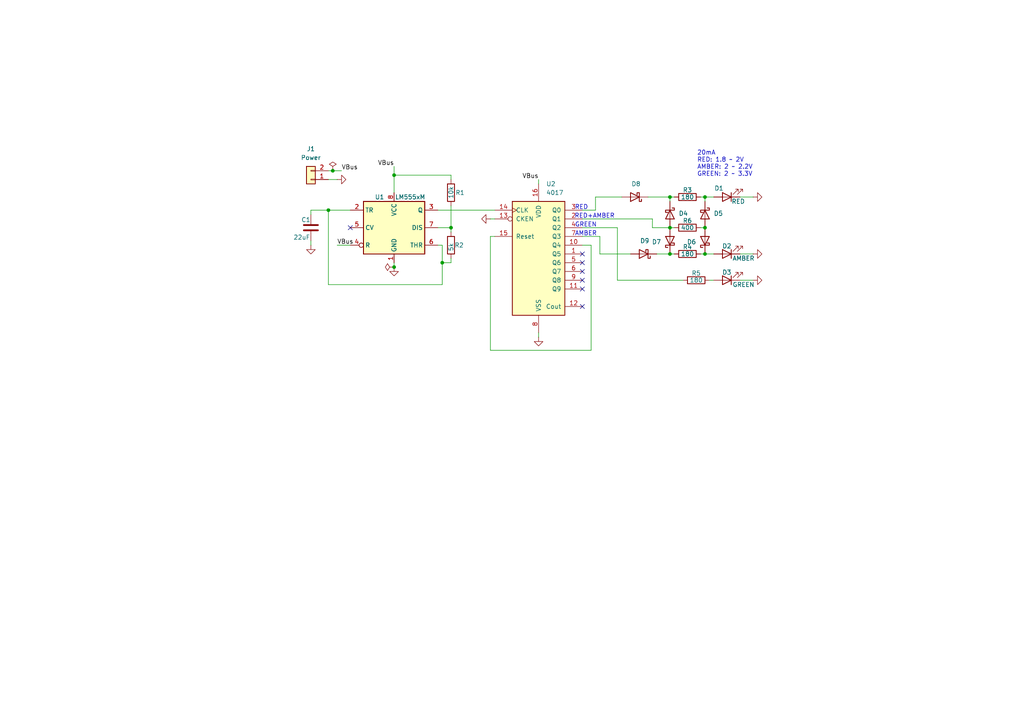
<source format=kicad_sch>
(kicad_sch (version 20231120) (generator "eeschema") (generator_version "8.0")
  (paper "A4")
  (lib_symbols
    (symbol "4xxx:4017" (pin_names (offset 1.016))
      (property "Reference" "U" (at -7.62 16.51 0))
      (property "Value" "4017" (at -7.62 -19.05 0))
      (symbol "4017_1_0"
        (pin output line (at 12.7 0 180) (length 5.08) (name "Q5") (number "1"))
        (pin output line (at 12.7 2.54 180) (length 5.08) (name "Q4") (number "10"))
        (pin output line (at 12.7 -10.16 180) (length 5.08) (name "Q9") (number "11"))
        (pin output line (at 12.7 -15.24 180) (length 5.08) (name "Cout") (number "12"))
        (pin input inverted (at -12.7 10.16 0) (length 5.08) (name "CKEN") (number "13"))
        (pin input clock (at -12.7 12.7 0) (length 5.08) (name "CLK") (number "14"))
        (pin input line (at -12.7 5.08 0) (length 5.08) (name "Reset") (number "15"))
        (pin power_in line (at 0 20.32 270) (length 5.08) (name "VDD") (number "16"))
        (pin output line (at 12.7 10.16 180) (length 5.08) (name "Q1") (number "2"))
        (pin output line (at 12.7 12.7 180) (length 5.08) (name "Q0") (number "3"))
        (pin output line (at 12.7 7.62 180) (length 5.08) (name "Q2") (number "4"))
        (pin output line (at 12.7 -2.54 180) (length 5.08) (name "Q6") (number "5"))
        (pin output line (at 12.7 -5.08 180) (length 5.08) (name "Q7") (number "6"))
        (pin output line (at 12.7 5.08 180) (length 5.08) (name "Q3") (number "7"))
        (pin power_in line (at 0 -22.86 90) (length 5.08) (name "VSS") (number "8"))
        (pin output line (at 12.7 -7.62 180) (length 5.08) (name "Q8") (number "9"))
      )
      (symbol "4017_1_1"
        (rectangle (start -7.62 15.24) (end 7.62 -17.78) (stroke (width 0.254)) (fill (type background)))
      )
    )
    (symbol "Connector_Generic:Conn_01x02" (pin_names (offset 1.016) hide)
      (property "Reference" "J" (at 0 2.54 0))
      (property "Value" "Conn_01x02" (at 0 -5.08 0))
      (symbol "Conn_01x02_1_1"
        (rectangle (start -1.27 -2.413) (end 0 -2.667) (stroke (width 0.1524)))
        (rectangle (start -1.27 0.127) (end 0 -0.127) (stroke (width 0.1524)))
        (rectangle (start -1.27 1.27) (end 1.27 -3.81) (stroke (width 0.254)) (fill (type background)))
        (pin passive line (at -5.08 0 0) (length 3.81) (name "Pin_1") (number "1"))
        (pin passive line (at -5.08 -2.54 0) (length 3.81) (name "Pin_2") (number "2"))
      )
    )
    (symbol "Device:C" (pin_numbers hide) (pin_names (offset 0.254))
      (property "Reference" "C" (at 0.635 2.54 0))
      (property "Value" "C" (at 0.635 -2.54 0))
      (symbol "C_0_1"
        (polyline (pts (xy -2.032 -0.762) (xy 2.032 -0.762)) (stroke (width 0.508)))
        (polyline (pts (xy -2.032 0.762) (xy 2.032 0.762)) (stroke (width 0.508)))
      )
      (symbol "C_1_1"
        (pin passive line (at 0 3.81 270) (length 2.794) (name "~") (number "1"))
        (pin passive line (at 0 -3.81 90) (length 2.794) (name "~") (number "2"))
      )
    )
    (symbol "Device:D_Schottky" (pin_numbers hide) (pin_names (offset 1.016) hide)
      (property "Reference" "D" (at 0 2.54 0))
      (property "Value" "D_Schottky" (at 0 -2.54 0))
      (symbol "D_Schottky_0_1"
        (polyline (pts (xy 1.27 0) (xy -1.27 0)))
        (polyline (pts (xy 1.27 1.27) (xy 1.27 -1.27) (xy -1.27 0) (xy 1.27 1.27)) (stroke (width 0.254)))
        (polyline (pts (xy -1.905 0.635) (xy -1.905 1.27) (xy -1.27 1.27) (xy -1.27 -1.27) (xy -0.635 -1.27) (xy -0.635 -0.635)) (stroke (width 0.254)))
      )
      (symbol "D_Schottky_1_1"
        (pin passive line (at -3.81 0 0) (length 2.54) (name "K") (number "1"))
        (pin passive line (at 3.81 0 180) (length 2.54) (name "A") (number "2"))
      )
    )
    (symbol "Device:LED" (pin_numbers hide) (pin_names (offset 1.016) hide)
      (property "Reference" "D" (at 0 2.54 0))
      (property "Value" "LED" (at 0 -2.54 0))
      (symbol "LED_0_1"
        (polyline (pts (xy -1.27 -1.27) (xy -1.27 1.27)) (stroke (width 0.254)))
        (polyline (pts (xy -1.27 0) (xy 1.27 0)))
        (polyline (pts (xy 1.27 -1.27) (xy 1.27 1.27) (xy -1.27 0) (xy 1.27 -1.27)) (stroke (width 0.254)))
        (polyline (pts (xy -3.048 -0.762) (xy -4.572 -2.286) (xy -3.81 -2.286) (xy -4.572 -2.286) (xy -4.572 -1.524)))
        (polyline (pts (xy -1.778 -0.762) (xy -3.302 -2.286) (xy -2.54 -2.286) (xy -3.302 -2.286) (xy -3.302 -1.524)))
      )
      (symbol "LED_1_1"
        (pin passive line (at -3.81 0 0) (length 2.54) (name "K") (number "1"))
        (pin passive line (at 3.81 0 180) (length 2.54) (name "A") (number "2"))
      )
    )
    (symbol "Device:R" (pin_numbers hide) (pin_names (offset 0))
      (property "Reference" "R" (at 2.032 0 90))
      (property "Value" "R" (at 0 0 90))
      (symbol "R_0_1"
        (rectangle (start -1.016 -2.54) (end 1.016 2.54) (stroke (width 0.254)))
      )
      (symbol "R_1_1"
        (pin passive line (at 0 3.81 270) (length 1.27) (name "~") (number "1"))
        (pin passive line (at 0 -3.81 90) (length 1.27) (name "~") (number "2"))
      )
    )
    (symbol "Timer:LM555xM"
      (property "Reference" "U" (at -10.16 8.89 0))
      (property "Value" "LM555xM" (at 2.54 8.89 0))
      (symbol "LM555xM_0_0"
        (pin power_in line (at 0 -10.16 90) (length 2.54) (name "GND") (number "1"))
        (pin power_in line (at 0 10.16 270) (length 2.54) (name "VCC") (number "8"))
      )
      (symbol "LM555xM_0_1"
        (rectangle (start -8.89 -7.62) (end 8.89 7.62) (stroke (width 0.254)) (fill (type background)))
        (rectangle (start -8.89 -7.62) (end 8.89 7.62) (stroke (width 0.254)) (fill (type background)))
      )
      (symbol "LM555xM_1_1"
        (pin input line (at -12.7 5.08 0) (length 3.81) (name "TR") (number "2"))
        (pin output line (at 12.7 5.08 180) (length 3.81) (name "Q") (number "3"))
        (pin input inverted (at -12.7 -5.08 0) (length 3.81) (name "R") (number "4"))
        (pin input line (at -12.7 0 0) (length 3.81) (name "CV") (number "5"))
        (pin input line (at 12.7 -5.08 180) (length 3.81) (name "THR") (number "6"))
        (pin input line (at 12.7 0 180) (length 3.81) (name "DIS") (number "7"))
      )
    )
    (symbol "power:GND" (power) (pin_numbers hide) (pin_names (offset 0) hide)
      (property "Value" "GND" (at 0 -3.81 0))
      (symbol "GND_0_1"
        (polyline (pts (xy 0 0) (xy 0 -1.27) (xy 1.27 -1.27) (xy 0 -2.54) (xy -1.27 -1.27) (xy 0 -1.27)))
      )
      (symbol "GND_1_1"
        (pin power_in line (at 0 0 270) (length 0) (name "~") (number "1"))
      )
    )
    (symbol "power:PWR_FLAG" (power) (pin_numbers hide) (pin_names (offset 0) hide)
      (property "Value" "PWR_FLAG" (at 0 3.81 0))
      (symbol "PWR_FLAG_0_0"
        (pin power_out line (at 0 0 90) (length 0) (name "~") (number "1"))
      )
      (symbol "PWR_FLAG_0_1"
        (polyline (pts (xy 0 0) (xy 0 1.27) (xy -1.016 1.905) (xy 0 2.54) (xy 1.016 1.905) (xy 0 1.27)))
      )
    )
  )
  (junction (at 194.31 73.66))
  (junction (at 204.47 57.15))
  (junction (at 114.3 77.47))
  (junction (at 204.47 66.04))
  (junction (at 194.31 66.04))
  (junction (at 95.25 60.96))
  (junction (at 194.31 57.15))
  (junction (at 204.47 73.66))
  (junction (at 96.52 49.53))
  (junction (at 128.27 76.2))
  (junction (at 114.3 50.8))
  (junction (at 130.81 66.04))
  (no_connect (at 168.91 81.28))
  (no_connect (at 168.91 76.2))
  (no_connect (at 101.6 66.04))
  (no_connect (at 168.91 73.66))
  (no_connect (at 168.91 78.74))
  (no_connect (at 168.91 83.82))
  (no_connect (at 168.91 88.9))
  (wire (pts (xy 168.91 63.5) (xy 189.23 63.5)))
  (wire (pts (xy 90.17 71.12) (xy 90.17 69.85)))
  (wire (pts (xy 97.79 71.12) (xy 101.6 71.12)))
  (wire (pts (xy 128.27 71.12) (xy 127 71.12)))
  (wire (pts (xy 171.45 101.6) (xy 171.45 71.12)))
  (wire (pts (xy 205.74 81.28) (xy 207.01 81.28)))
  (wire (pts (xy 171.45 71.12) (xy 168.91 71.12)))
  (wire (pts (xy 90.17 62.23) (xy 90.17 60.96)))
  (wire (pts (xy 142.24 68.58) (xy 142.24 101.6)))
  (wire (pts (xy 95.25 60.96) (xy 101.6 60.96)))
  (wire (pts (xy 203.2 66.04) (xy 204.47 66.04)))
  (wire (pts (xy 172.72 57.15) (xy 180.34 57.15)))
  (wire (pts (xy 203.2 57.15) (xy 204.47 57.15)))
  (wire (pts (xy 214.63 81.28) (xy 218.44 81.28)))
  (wire (pts (xy 114.3 76.2) (xy 114.3 77.47)))
  (wire (pts (xy 189.23 63.5) (xy 189.23 66.04)))
  (wire (pts (xy 156.21 52.07) (xy 156.21 53.34)))
  (wire (pts (xy 114.3 48.26) (xy 114.3 50.8)))
  (wire (pts (xy 173.99 68.58) (xy 173.99 73.66)))
  (wire (pts (xy 96.52 49.53) (xy 99.06 49.53)))
  (wire (pts (xy 142.24 63.5) (xy 143.51 63.5)))
  (wire (pts (xy 95.25 49.53) (xy 96.52 49.53)))
  (wire (pts (xy 173.99 73.66) (xy 182.88 73.66)))
  (wire (pts (xy 130.81 67.31) (xy 130.81 66.04)))
  (wire (pts (xy 128.27 76.2) (xy 130.81 76.2)))
  (wire (pts (xy 187.96 57.15) (xy 194.31 57.15)))
  (wire (pts (xy 114.3 50.8) (xy 114.3 55.88)))
  (wire (pts (xy 204.47 58.42) (xy 204.47 57.15)))
  (wire (pts (xy 194.31 73.66) (xy 195.58 73.66)))
  (wire (pts (xy 179.07 66.04) (xy 179.07 81.28)))
  (wire (pts (xy 130.81 76.2) (xy 130.81 74.93)))
  (wire (pts (xy 194.31 66.04) (xy 195.58 66.04)))
  (wire (pts (xy 156.21 96.52) (xy 156.21 97.79)))
  (wire (pts (xy 127 60.96) (xy 143.51 60.96)))
  (wire (pts (xy 95.25 82.55) (xy 128.27 82.55)))
  (wire (pts (xy 95.25 52.07) (xy 97.79 52.07)))
  (wire (pts (xy 130.81 59.69) (xy 130.81 66.04)))
  (wire (pts (xy 130.81 52.07) (xy 130.81 50.8)))
  (wire (pts (xy 204.47 57.15) (xy 207.01 57.15)))
  (wire (pts (xy 168.91 68.58) (xy 173.99 68.58)))
  (wire (pts (xy 128.27 82.55) (xy 128.27 76.2)))
  (wire (pts (xy 204.47 73.66) (xy 207.01 73.66)))
  (wire (pts (xy 142.24 101.6) (xy 171.45 101.6)))
  (wire (pts (xy 128.27 71.12) (xy 128.27 76.2)))
  (wire (pts (xy 90.17 60.96) (xy 95.25 60.96)))
  (wire (pts (xy 203.2 73.66) (xy 204.47 73.66)))
  (wire (pts (xy 194.31 57.15) (xy 195.58 57.15)))
  (wire (pts (xy 95.25 60.96) (xy 95.25 82.55)))
  (wire (pts (xy 190.5 73.66) (xy 194.31 73.66)))
  (wire (pts (xy 168.91 66.04) (xy 179.07 66.04)))
  (wire (pts (xy 214.63 57.15) (xy 218.44 57.15)))
  (wire (pts (xy 130.81 66.04) (xy 127 66.04)))
  (wire (pts (xy 130.81 50.8) (xy 114.3 50.8)))
  (wire (pts (xy 179.07 81.28) (xy 198.12 81.28)))
  (wire (pts (xy 168.91 60.96) (xy 172.72 60.96)))
  (wire (pts (xy 189.23 66.04) (xy 194.31 66.04)))
  (wire (pts (xy 172.72 57.15) (xy 172.72 60.96)))
  (wire (pts (xy 194.31 58.42) (xy 194.31 57.15)))
  (wire (pts (xy 142.24 68.58) (xy 143.51 68.58)))
  (wire (pts (xy 214.63 73.66) (xy 218.44 73.66)))
  (text "AMBER\n" (at 169.926 67.818 0) (effects (font (size 1.27 1.27))))
  (text "20mA\nRED: 1.8 ~ 2V\nAMBER: 2 ~ 2.2V\nGREEN: 2 ~ 3.3V\n" (at 202.184 47.498 0) (effects (font (size 1.27 1.27)) (justify left)))
  (text "RED+AMBER\n" (at 172.466 62.738 0) (effects (font (size 1.27 1.27))))
  (text "GREEN" (at 169.926 65.278 0) (effects (font (size 1.27 1.27))))
  (text "RED" (at 168.656 60.198 0) (effects (font (size 1.27 1.27))))
  (label "VBus" (at 97.79 71.12 0))
  (label "VBus" (at 114.3 48.26 180))
  (label "VBus" (at 156.21 52.07 180))
  (label "VBus" (at 99.06 49.53 0))
  (symbol (lib_id "Device:D_Schottky") (at 204.47 62.23 270) (unit 1)
    (property "Reference" "D5" (at 207.01 61.9124 90) (effects (justify left)))
    (property "Value" "D_Schottky" (effects (hide yes)))
    (property "Footprint" "Diode_SMD:D_SMA_Handsoldering" (effects (hide yes)))
    (property "Description" "Schottky diode" (effects (hide yes)))
  )
  (symbol (lib_id "Device:LED") (at 210.82 81.28 180) (unit 1)
    (property "Reference" "D3" (at 210.82 78.994 0))
    (property "Value" "GREEN" (at 215.646 82.55 0))
    (property "Footprint" "LED_THT:LED_D4.0mm" (effects (hide yes)))
    (property "Description" "Light emitting diode" (effects (hide yes)))
  )
  (symbol (lib_id "Timer:LM555xM") (at 114.3 66.04 0) (unit 1)
    (property "Reference" "U1" (at 108.712 57.15 0) (effects (justify left)))
    (property "Value" "LM555xM" (at 114.554 57.15 0) (effects (justify left)))
    (property "Footprint" "Package_SO:SOIC-8_3.9x4.9mm_P1.27mm" (effects (hide yes)))
    (property "Datasheet" "http://www.ti.com/lit/ds/symlink/lm555.pdf" (effects (hide yes)))
    (property "Description" "Timer, 555 compatible, SOIC-8" (effects (hide yes)))
  )
  (symbol (lib_id "power:GND") (at 218.44 81.28 90) (unit 1)
    (property "Reference" "#PWR06" (effects (hide yes)))
    (property "Value" "GND" (effects (hide yes)))
    (property "Description" "Power symbol creates a global label with name \"GND\" , ground" (effects (hide yes)))
  )
  (symbol (lib_id "power:GND") (at 156.21 97.79 0) (unit 1)
    (property "Reference" "#PWR08" (effects (hide yes)))
    (property "Value" "GND" (effects (hide yes)))
    (property "Description" "Power symbol creates a global label with name \"GND\" , ground" (effects (hide yes)))
  )
  (symbol (lib_id "Device:D_Schottky") (at 194.31 62.23 270) (unit 1)
    (property "Reference" "D4" (at 196.85 61.9124 90) (effects (justify left)))
    (property "Value" "D_Schottky" (effects (hide yes)))
    (property "Footprint" "Diode_SMD:D_SMA_Handsoldering" (effects (hide yes)))
    (property "Description" "Schottky diode" (effects (hide yes)))
  )
  (symbol (lib_id "power:GND") (at 97.79 52.07 90) (unit 1)
    (property "Reference" "#PWR02" (effects (hide yes)))
    (property "Value" "GND" (effects (hide yes)))
    (property "Description" "Power symbol creates a global label with name \"GND\" , ground" (effects (hide yes)))
  )
  (symbol (lib_id "Device:R") (at 201.93 81.28 270) (unit 1)
    (property "Reference" "R5" (at 201.93 79.248 90))
    (property "Value" "180" (at 201.93 81.28 90))
    (property "Footprint" "Resistor_SMD:R_0603_1608Metric_Pad0.98x0.95mm_HandSolder" (effects (hide yes)))
    (property "Description" "Resistor" (effects (hide yes)))
  )
  (symbol (lib_id "Device:R") (at 130.81 55.88 0) (unit 1)
    (property "Reference" "R1" (at 132.08 55.88 0) (effects (justify left)))
    (property "Value" "10k" (at 130.81 57.658 90) (effects (justify left)))
    (property "Footprint" "Resistor_SMD:R_0603_1608Metric_Pad0.98x0.95mm_HandSolder" (effects (hide yes)))
    (property "Description" "Resistor" (effects (hide yes)))
  )
  (symbol (lib_id "power:GND") (at 218.44 57.15 90) (unit 1)
    (property "Reference" "#PWR04" (effects (hide yes)))
    (property "Value" "GND" (effects (hide yes)))
    (property "Description" "Power symbol creates a global label with name \"GND\" , ground" (effects (hide yes)))
  )
  (symbol (lib_id "Device:D_Schottky") (at 184.15 57.15 180) (unit 1)
    (property "Reference" "D8" (at 184.4675 53.34 0))
    (property "Value" "D_Schottky" (effects (hide yes)))
    (property "Footprint" "Diode_SMD:D_SMA_Handsoldering" (effects (hide yes)))
    (property "Description" "Schottky diode" (effects (hide yes)))
  )
  (symbol (lib_id "Device:D_Schottky") (at 186.69 73.66 180) (unit 1)
    (property "Reference" "D9" (at 187.0075 69.85 0))
    (property "Value" "D_Schottky" (effects (hide yes)))
    (property "Footprint" "Diode_SMD:D_SMA_Handsoldering" (effects (hide yes)))
    (property "Description" "Schottky diode" (effects (hide yes)))
  )
  (symbol (lib_id "power:PWR_FLAG") (at 96.52 49.53 0) (unit 1)
    (property "Reference" "#FLG01" (effects (hide yes)))
    (property "Value" "PWR_FLAG" (effects (hide yes)))
    (property "Description" "Special symbol for telling ERC where power comes from" (effects (hide yes)))
  )
  (symbol (lib_id "Device:R") (at 130.81 71.12 0) (unit 1)
    (property "Reference" "R2" (at 131.826 71.12 0) (effects (justify left)))
    (property "Value" "5k" (at 130.81 72.898 90) (effects (justify left)))
    (property "Footprint" "Resistor_SMD:R_0603_1608Metric_Pad0.98x0.95mm_HandSolder" (effects (hide yes)))
    (property "Description" "Resistor" (effects (hide yes)))
  )
  (symbol (lib_id "power:GND") (at 218.44 73.66 90) (unit 1)
    (property "Reference" "#PWR05" (effects (hide yes)))
    (property "Value" "GND" (effects (hide yes)))
    (property "Description" "Power symbol creates a global label with name \"GND\" , ground" (effects (hide yes)))
  )
  (symbol (lib_id "Device:R") (at 199.39 73.66 270) (unit 1)
    (property "Reference" "R4" (at 199.39 71.628 90))
    (property "Value" "180" (at 199.39 73.66 90))
    (property "Footprint" "Resistor_SMD:R_0603_1608Metric_Pad0.98x0.95mm_HandSolder" (effects (hide yes)))
    (property "Description" "Resistor" (effects (hide yes)))
  )
  (symbol (lib_id "Device:R") (at 199.39 66.04 270) (unit 1)
    (property "Reference" "R6" (at 199.39 64.008 90))
    (property "Value" "400" (at 199.39 66.04 90))
    (property "Footprint" "Resistor_SMD:R_0603_1608Metric_Pad0.98x0.95mm_HandSolder" (effects (hide yes)))
    (property "Description" "Resistor" (effects (hide yes)))
  )
  (symbol (lib_id "Device:D_Schottky") (at 194.31 69.85 90) (unit 1)
    (property "Reference" "D7" (at 191.77 70.1676 90) (effects (justify left)))
    (property "Value" "D_Schottky" (effects (hide yes)))
    (property "Footprint" "Diode_SMD:D_SMA_Handsoldering" (effects (hide yes)))
    (property "Description" "Schottky diode" (effects (hide yes)))
  )
  (symbol (lib_id "power:GND") (at 90.17 71.12 0) (unit 1)
    (property "Reference" "#PWR03" (effects (hide yes)))
    (property "Value" "GND" (effects (hide yes)))
    (property "Description" "Power symbol creates a global label with name \"GND\" , ground" (effects (hide yes)))
  )
  (symbol (lib_id "Device:LED") (at 210.82 73.66 180) (unit 1)
    (property "Reference" "D2" (at 210.82 71.374 0))
    (property "Value" "AMBER" (at 215.646 74.93 0))
    (property "Footprint" "LED_THT:LED_D4.0mm" (effects (hide yes)))
    (property "Description" "Light emitting diode" (effects (hide yes)))
  )
  (symbol (lib_id "Device:R") (at 199.39 57.15 270) (unit 1)
    (property "Reference" "R3" (at 199.39 55.118 90))
    (property "Value" "180" (at 199.39 57.15 90))
    (property "Footprint" "Resistor_SMD:R_0603_1608Metric_Pad0.98x0.95mm_HandSolder" (effects (hide yes)))
    (property "Description" "Resistor" (effects (hide yes)))
  )
  (symbol (lib_id "Device:LED") (at 210.82 57.15 180) (unit 1)
    (property "Reference" "D1" (at 208.534 54.61 0))
    (property "Value" "RED" (at 214.122 58.42 0))
    (property "Footprint" "LED_THT:LED_D4.0mm" (effects (hide yes)))
    (property "Description" "Light emitting diode" (effects (hide yes)))
  )
  (symbol (lib_id "Connector_Generic:Conn_01x02") (at 90.17 52.07 180) (unit 1)
    (property "Reference" "J1" (at 90.17 43.18 0))
    (property "Value" "Power" (at 90.17 45.72 0))
    (property "Footprint" "Connector_PinHeader_2.54mm:PinHeader_1x02_P2.54mm_Vertical" (effects (hide yes)))
    (property "Description" "Generic connector, single row, 01x02, script generated (kicad-library-utils/schlib/autogen/connector/)" (effects (hide yes)))
  )
  (symbol (lib_id "power:GND") (at 114.3 77.47 0) (unit 1)
    (property "Reference" "#PWR01" (effects (hide yes)))
    (property "Value" "GND" (effects (hide yes)))
    (property "Description" "Power symbol creates a global label with name \"GND\" , ground" (effects (hide yes)))
  )
  (symbol (lib_id "power:PWR_FLAG") (at 114.3 77.47 90) (unit 1)
    (property "Reference" "#FLG02" (effects (hide yes)))
    (property "Value" "PWR_FLAG" (effects (hide yes)))
    (property "Description" "Special symbol for telling ERC where power comes from" (effects (hide yes)))
  )
  (symbol (lib_id "Device:D_Schottky") (at 204.47 69.85 90) (unit 1)
    (property "Reference" "D6" (at 201.93 70.1676 90) (effects (justify left)))
    (property "Value" "D_Schottky" (effects (hide yes)))
    (property "Footprint" "Diode_SMD:D_SMA_Handsoldering" (effects (hide yes)))
    (property "Description" "Schottky diode" (effects (hide yes)))
  )
  (symbol (lib_id "Device:C") (at 90.17 66.04 0) (unit 1)
    (property "Reference" "C1" (at 87.376 63.754 0) (effects (justify left)))
    (property "Value" "22uF" (at 85.09 68.834 0) (effects (justify left)))
    (property "Footprint" "Capacitor_SMD:C_1206_3216Metric_Pad1.33x1.80mm_HandSolder" (effects (hide yes)))
    (property "Description" "Unpolarized capacitor" (effects (hide yes)))
  )
  (symbol (lib_id "power:GND") (at 142.24 63.5 270) (unit 1)
    (property "Reference" "#PWR07" (effects (hide yes)))
    (property "Value" "GND" (effects (hide yes)))
    (property "Description" "Power symbol creates a global label with name \"GND\" , ground" (effects (hide yes)))
  )
  (symbol (lib_id "4xxx:4017") (at 156.21 73.66 0) (unit 1)
    (property "Reference" "U2" (at 158.4041 53.34 0) (effects (justify left)))
    (property "Value" "4017" (at 158.4041 55.88 0) (effects (justify left)))
    (property "Footprint" "Package_DIP:DIP-16_W7.62mm" (effects (hide yes)))
    (property "Datasheet" "http://www.intersil.com/content/dam/Intersil/documents/cd40/cd4017bms-22bms.pdf" (effects (hide yes)))
    (property "Description" "Johnson Counter ( 10 outputs )" (effects (hide yes)))
  )
)
</source>
